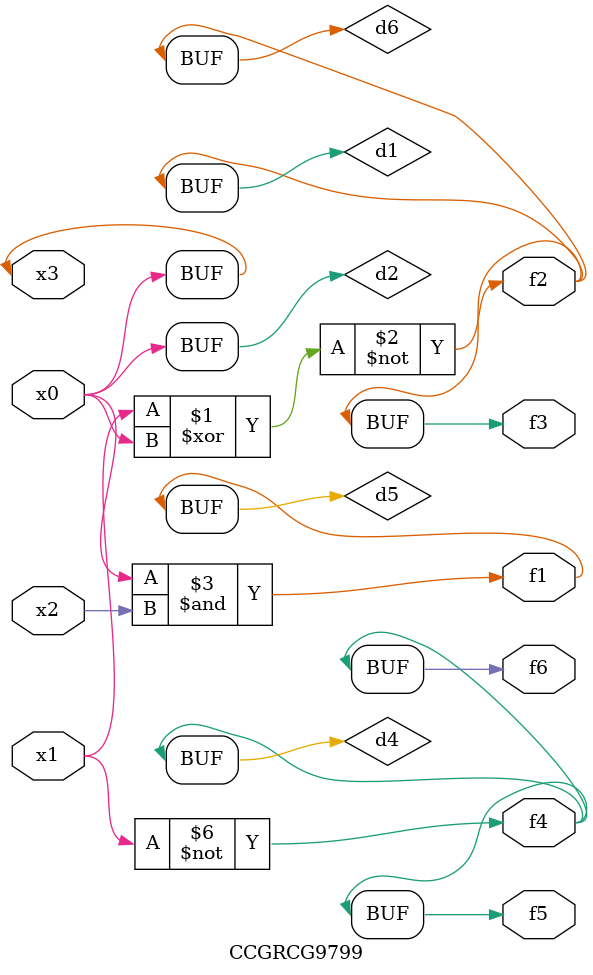
<source format=v>
module CCGRCG9799(
	input x0, x1, x2, x3,
	output f1, f2, f3, f4, f5, f6
);

	wire d1, d2, d3, d4, d5, d6;

	xnor (d1, x1, x3);
	buf (d2, x0, x3);
	nand (d3, x0, x2);
	not (d4, x1);
	nand (d5, d3);
	or (d6, d1);
	assign f1 = d5;
	assign f2 = d6;
	assign f3 = d6;
	assign f4 = d4;
	assign f5 = d4;
	assign f6 = d4;
endmodule

</source>
